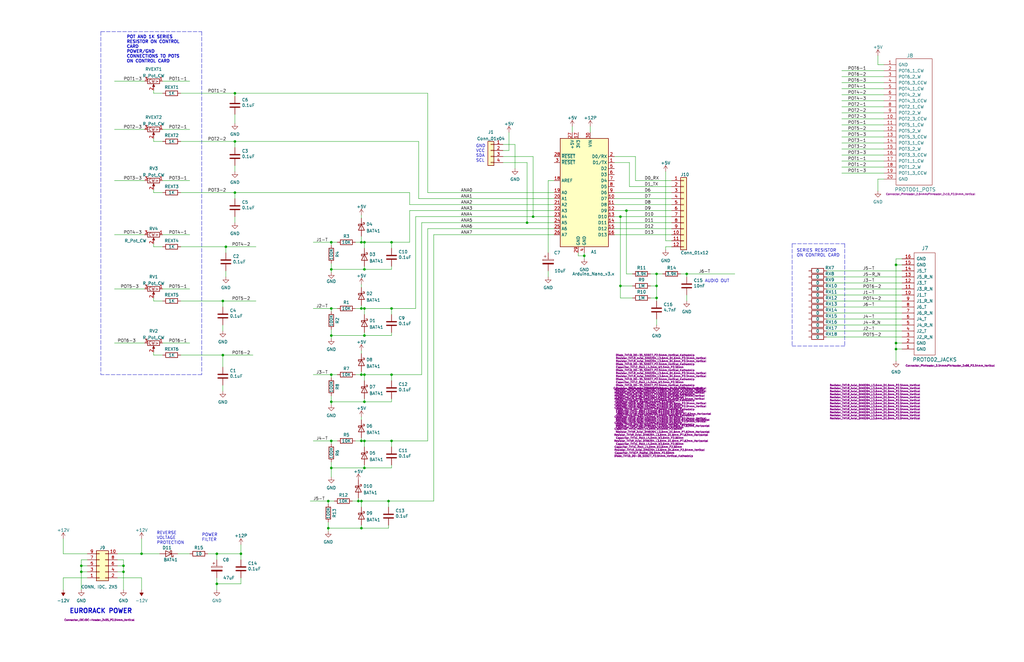
<source format=kicad_sch>
(kicad_sch (version 20211123) (generator eeschema)
  (paper "B")
  (title_block (title "Arduino MOZZI Daughtercard for ER-PROTO-02") (date "2023-02-02") (rev "3") (comment 2 "https://note.com/solder_state/n/nffc1a33053be"))
  (junction (at 153.67 130.175))
  (junction (at 93.98 127))
  (junction (at 139.7 102.235))
  (junction (at 99.06 39.37))
  (junction (at 224.79 91.44))
  (junction (at 139.7 169.545))
  (junction (at 153.67 158.115))
  (junction (at 377.825 111.76))
  (junction (at 163.83 211.455))
  (junction (at 377.825 144.78))
  (junction (at 139.7 141.605))
  (junction (at 138.43 222.885))
  (junction (at 152.4 102.235))
  (junction (at 165.1 158.115))
  (junction (at 139.7 130.175))
  (junction (at 153.67 197.485))
  (junction (at 99.06 81.28))
  (junction (at 139.7 158.115))
  (junction (at 246.38 107.95))
  (junction (at 153.67 113.665))
  (junction (at 261.62 120.65))
  (junction (at 151.13 211.455))
  (junction (at 52.07 241.3))
  (junction (at 165.1 186.055))
  (junction (at 139.7 113.665))
  (junction (at 138.43 211.455))
  (junction (at 153.67 186.055))
  (junction (at 264.16 88.9))
  (junction (at 153.67 102.235))
  (junction (at 139.7 197.485))
  (junction (at 152.4 211.455))
  (junction (at 152.4 222.885))
  (junction (at 276.86 120.65))
  (junction (at 99.06 59.69))
  (junction (at 34.29 241.3))
  (junction (at 34.29 238.76))
  (junction (at 59.69 233.68))
  (junction (at 377.825 147.32))
  (junction (at 139.7 186.055))
  (junction (at 101.6 233.68))
  (junction (at 289.56 115.57))
  (junction (at 95.25 104.14))
  (junction (at 165.1 130.175))
  (junction (at 152.4 130.175))
  (junction (at 52.07 238.76))
  (junction (at 152.4 186.055))
  (junction (at 153.67 169.545))
  (junction (at 276.86 125.73))
  (junction (at 153.67 141.605))
  (junction (at 261.62 91.44))
  (junction (at 152.4 158.115))
  (junction (at 222.25 93.98))
  (junction (at 165.1 102.235))
  (junction (at 276.86 115.57))
  (junction (at 91.44 233.68))
  (junction (at 93.98 149.86))
  (junction (at 91.44 246.38))
  (wire (pts (xy 76.2 59.69) (xy 99.06 59.69)))
  (wire (pts (xy 348.615 139.7) (xy 380.365 139.7)))
  (wire (pts (xy 354.965 50.165) (xy 372.745 50.165)))
  (wire (pts (xy 180.34 96.52) (xy 233.68 96.52)))
  (wire (pts (xy 152.4 222.885) (xy 152.4 221.615)))
  (wire (pts (xy 348.615 127) (xy 380.365 127)))
  (wire (pts (xy 139.7 201.295) (xy 139.7 197.485)))
  (wire (pts (xy 348.615 121.92) (xy 380.365 121.92)))
  (wire (pts (xy 264.16 88.9) (xy 259.08 88.9)))
  (wire (pts (xy 139.7 170.815) (xy 139.7 169.545)))
  (wire (pts (xy 165.1 158.115) (xy 165.1 160.655)))
  (wire (pts (xy 289.56 124.46) (xy 289.56 127)))
  (polyline (pts (xy 334.01 102.87) (xy 334.01 146.05)))
  (wire (pts (xy 49.53 233.68) (xy 59.69 233.68)))
  (wire (pts (xy 172.72 86.36) (xy 233.68 86.36)))
  (wire (pts (xy 76.2 81.28) (xy 99.06 81.28)))
  (wire (pts (xy 93.98 137.16) (xy 93.98 139.7)))
  (wire (pts (xy 139.7 113.665) (xy 139.7 111.125)))
  (wire (pts (xy 165.1 169.545) (xy 165.1 168.275)))
  (wire (pts (xy 246.38 107.95) (xy 243.84 107.95)))
  (polyline (pts (xy 85.09 158.115) (xy 42.545 158.115)))
  (wire (pts (xy 177.8 93.98) (xy 177.8 158.115)))
  (wire (pts (xy 276.86 134.62) (xy 276.86 137.16)))
  (wire (pts (xy 265.43 68.58) (xy 265.43 78.74)))
  (wire (pts (xy 49.53 238.76) (xy 52.07 238.76)))
  (wire (pts (xy 59.69 227.33) (xy 59.69 233.68)))
  (wire (pts (xy 165.1 130.175) (xy 165.1 132.715)))
  (wire (pts (xy 48.26 54.61) (xy 60.96 54.61)))
  (wire (pts (xy 153.67 197.485) (xy 165.1 197.485)))
  (wire (pts (xy 267.97 66.04) (xy 267.97 76.2)))
  (wire (pts (xy 217.17 60.96) (xy 217.17 71.12)))
  (wire (pts (xy 152.4 120.015) (xy 152.4 121.285)))
  (wire (pts (xy 153.67 186.055) (xy 165.1 186.055)))
  (wire (pts (xy 91.44 233.68) (xy 87.63 233.68)))
  (wire (pts (xy 380.365 109.22) (xy 377.825 109.22)))
  (wire (pts (xy 139.7 142.875) (xy 139.7 141.605)))
  (wire (pts (xy 152.4 211.455) (xy 152.4 213.995)))
  (wire (pts (xy 93.98 127) (xy 93.98 129.54)))
  (wire (pts (xy 152.4 99.695) (xy 152.4 102.235)))
  (wire (pts (xy 64.77 81.28) (xy 68.58 81.28)))
  (wire (pts (xy 34.29 236.22) (xy 34.29 238.76)))
  (wire (pts (xy 354.965 40.005) (xy 372.745 40.005)))
  (wire (pts (xy 152.4 184.785) (xy 152.4 186.055)))
  (wire (pts (xy 152.4 211.455) (xy 163.83 211.455)))
  (wire (pts (xy 64.77 149.86) (xy 64.77 148.59)))
  (wire (pts (xy 165.1 113.665) (xy 165.1 112.395)))
  (wire (pts (xy 36.83 243.84) (xy 26.67 243.84)))
  (wire (pts (xy 64.77 127) (xy 68.58 127)))
  (wire (pts (xy 26.67 227.33) (xy 26.67 233.68)))
  (wire (pts (xy 149.86 102.235) (xy 152.4 102.235)))
  (wire (pts (xy 231.14 116.84) (xy 231.14 114.3)))
  (wire (pts (xy 267.97 76.2) (xy 283.21 76.2)))
  (wire (pts (xy 182.88 99.06) (xy 182.88 211.455)))
  (wire (pts (xy 68.58 121.92) (xy 80.01 121.92)))
  (wire (pts (xy 153.67 169.545) (xy 165.1 169.545)))
  (wire (pts (xy 95.25 104.14) (xy 107.95 104.14)))
  (wire (pts (xy 68.58 99.06) (xy 80.01 99.06)))
  (wire (pts (xy 153.67 158.115) (xy 153.67 160.655)))
  (wire (pts (xy 276.86 125.73) (xy 276.86 127)))
  (wire (pts (xy 132.08 158.115) (xy 139.7 158.115)))
  (wire (pts (xy 377.825 144.78) (xy 380.365 144.78)))
  (wire (pts (xy 261.62 91.44) (xy 261.62 120.65)))
  (polyline (pts (xy 85.09 13.335) (xy 85.09 158.115)))
  (wire (pts (xy 348.615 142.24) (xy 380.365 142.24)))
  (wire (pts (xy 165.1 158.115) (xy 177.8 158.115)))
  (wire (pts (xy 76.2 149.86) (xy 93.98 149.86)))
  (wire (pts (xy 180.34 96.52) (xy 180.34 186.055)))
  (wire (pts (xy 139.7 186.055) (xy 142.24 186.055)))
  (wire (pts (xy 152.4 222.885) (xy 163.83 222.885)))
  (wire (pts (xy 34.29 241.3) (xy 34.29 248.92)))
  (wire (pts (xy 266.7 125.73) (xy 261.62 125.73)))
  (wire (pts (xy 152.4 130.175) (xy 153.67 130.175)))
  (wire (pts (xy 153.67 197.485) (xy 139.7 197.485)))
  (wire (pts (xy 139.7 158.115) (xy 139.7 159.385)))
  (wire (pts (xy 153.67 169.545) (xy 139.7 169.545)))
  (polyline (pts (xy 42.545 13.335) (xy 42.545 158.115)))
  (wire (pts (xy 149.86 186.055) (xy 152.4 186.055)))
  (wire (pts (xy 246.38 109.22) (xy 246.38 107.95)))
  (wire (pts (xy 148.59 211.455) (xy 151.13 211.455)))
  (wire (pts (xy 152.4 156.845) (xy 152.4 158.115)))
  (wire (pts (xy 224.79 91.44) (xy 175.26 91.44)))
  (wire (pts (xy 233.68 76.2) (xy 231.14 76.2)))
  (wire (pts (xy 348.615 114.3) (xy 380.365 114.3)))
  (wire (pts (xy 348.615 119.38) (xy 380.365 119.38)))
  (wire (pts (xy 274.32 125.73) (xy 276.86 125.73)))
  (wire (pts (xy 354.965 37.465) (xy 372.745 37.465)))
  (polyline (pts (xy 334.01 102.87) (xy 356.235 102.87)))
  (wire (pts (xy 93.98 149.86) (xy 93.98 154.94)))
  (wire (pts (xy 165.1 141.605) (xy 165.1 140.335)))
  (wire (pts (xy 246.38 107.95) (xy 246.38 106.68)))
  (wire (pts (xy 177.8 93.98) (xy 222.25 93.98)))
  (wire (pts (xy 153.67 141.605) (xy 139.7 141.605)))
  (wire (pts (xy 101.6 233.68) (xy 101.6 236.22)))
  (wire (pts (xy 261.62 91.44) (xy 283.21 91.44)))
  (wire (pts (xy 354.965 65.405) (xy 372.745 65.405)))
  (wire (pts (xy 259.08 68.58) (xy 265.43 68.58)))
  (wire (pts (xy 261.62 120.65) (xy 266.7 120.65)))
  (wire (pts (xy 99.06 81.28) (xy 99.06 83.82)))
  (wire (pts (xy 153.67 169.545) (xy 153.67 168.275)))
  (wire (pts (xy 165.1 102.235) (xy 165.1 104.775)))
  (wire (pts (xy 163.83 211.455) (xy 182.88 211.455)))
  (wire (pts (xy 182.88 99.06) (xy 233.68 99.06)))
  (wire (pts (xy 172.72 81.28) (xy 172.72 86.36)))
  (wire (pts (xy 377.825 147.32) (xy 380.365 147.32)))
  (wire (pts (xy 99.06 39.37) (xy 180.34 39.37)))
  (wire (pts (xy 132.08 186.055) (xy 139.7 186.055)))
  (wire (pts (xy 59.69 243.84) (xy 59.69 248.92)))
  (wire (pts (xy 64.77 104.14) (xy 68.58 104.14)))
  (wire (pts (xy 266.7 115.57) (xy 264.16 115.57)))
  (wire (pts (xy 259.08 99.06) (xy 283.21 99.06)))
  (wire (pts (xy 26.67 243.84) (xy 26.67 248.92)))
  (wire (pts (xy 99.06 69.85) (xy 99.06 72.39)))
  (wire (pts (xy 59.69 233.68) (xy 67.31 233.68)))
  (wire (pts (xy 354.965 47.625) (xy 372.745 47.625)))
  (wire (pts (xy 377.825 111.76) (xy 377.825 144.78)))
  (wire (pts (xy 74.93 233.68) (xy 80.01 233.68)))
  (wire (pts (xy 152.4 90.805) (xy 152.4 92.075)))
  (wire (pts (xy 153.67 141.605) (xy 153.67 140.335)))
  (wire (pts (xy 377.825 109.22) (xy 377.825 111.76)))
  (wire (pts (xy 139.7 186.055) (xy 139.7 187.325)))
  (wire (pts (xy 95.25 104.14) (xy 95.25 106.68)))
  (wire (pts (xy 175.26 91.44) (xy 175.26 130.175)))
  (wire (pts (xy 153.67 102.235) (xy 153.67 104.775)))
  (wire (pts (xy 165.1 130.175) (xy 175.26 130.175)))
  (wire (pts (xy 64.77 59.69) (xy 64.77 58.42)))
  (wire (pts (xy 248.92 53.34) (xy 248.92 55.88)))
  (wire (pts (xy 93.98 162.56) (xy 93.98 165.1)))
  (wire (pts (xy 354.965 57.785) (xy 372.745 57.785)))
  (wire (pts (xy 138.43 211.455) (xy 140.97 211.455)))
  (wire (pts (xy 214.63 55.88) (xy 214.63 63.5)))
  (wire (pts (xy 163.83 211.455) (xy 163.83 213.995)))
  (wire (pts (xy 95.25 114.3) (xy 95.25 116.84)))
  (wire (pts (xy 138.43 211.455) (xy 138.43 212.725)))
  (wire (pts (xy 64.77 127) (xy 64.77 125.73)))
  (wire (pts (xy 99.06 59.69) (xy 99.06 62.23)))
  (wire (pts (xy 163.83 222.885) (xy 163.83 221.615)))
  (wire (pts (xy 276.86 125.73) (xy 276.86 120.65)))
  (wire (pts (xy 139.7 114.935) (xy 139.7 113.665)))
  (wire (pts (xy 91.44 233.68) (xy 91.44 236.22)))
  (wire (pts (xy 153.67 141.605) (xy 165.1 141.605)))
  (wire (pts (xy 289.56 115.57) (xy 289.56 116.84)))
  (wire (pts (xy 64.77 59.69) (xy 68.58 59.69)))
  (wire (pts (xy 243.84 107.95) (xy 243.84 106.68)))
  (wire (pts (xy 48.26 34.29) (xy 60.96 34.29)))
  (wire (pts (xy 354.965 42.545) (xy 372.745 42.545)))
  (wire (pts (xy 139.7 169.545) (xy 139.7 167.005)))
  (wire (pts (xy 64.77 39.37) (xy 68.58 39.37)))
  (wire (pts (xy 377.825 147.32) (xy 377.825 152.4)))
  (wire (pts (xy 165.1 186.055) (xy 165.1 188.595)))
  (wire (pts (xy 138.43 222.885) (xy 138.43 220.345)))
  (wire (pts (xy 93.98 149.86) (xy 106.68 149.86)))
  (wire (pts (xy 48.26 144.78) (xy 60.96 144.78)))
  (wire (pts (xy 34.29 241.3) (xy 36.83 241.3)))
  (wire (pts (xy 180.34 39.37) (xy 180.34 81.28)))
  (wire (pts (xy 152.4 175.895) (xy 152.4 177.165)))
  (wire (pts (xy 377.825 144.78) (xy 377.825 147.32)))
  (wire (pts (xy 48.26 121.92) (xy 60.96 121.92)))
  (wire (pts (xy 49.53 236.22) (xy 52.07 236.22)))
  (wire (pts (xy 101.6 229.87) (xy 101.6 233.68)))
  (wire (pts (xy 354.965 55.245) (xy 372.745 55.245)))
  (wire (pts (xy 153.67 113.665) (xy 139.7 113.665)))
  (wire (pts (xy 130.81 211.455) (xy 138.43 211.455)))
  (wire (pts (xy 91.44 233.68) (xy 101.6 233.68)))
  (wire (pts (xy 283.21 101.6) (xy 280.67 101.6)))
  (wire (pts (xy 139.7 158.115) (xy 142.24 158.115)))
  (wire (pts (xy 261.62 125.73) (xy 261.62 120.65)))
  (wire (pts (xy 212.09 63.5) (xy 214.63 63.5)))
  (wire (pts (xy 259.08 83.82) (xy 283.21 83.82)))
  (wire (pts (xy 152.4 186.055) (xy 153.67 186.055)))
  (wire (pts (xy 354.965 67.945) (xy 372.745 67.945)))
  (wire (pts (xy 180.34 81.28) (xy 233.68 81.28)))
  (wire (pts (xy 264.16 88.9) (xy 283.21 88.9)))
  (wire (pts (xy 153.67 130.175) (xy 165.1 130.175)))
  (wire (pts (xy 152.4 222.885) (xy 138.43 222.885)))
  (wire (pts (xy 34.29 238.76) (xy 36.83 238.76)))
  (wire (pts (xy 348.615 132.08) (xy 380.365 132.08)))
  (wire (pts (xy 212.09 68.58) (xy 222.25 68.58)))
  (wire (pts (xy 99.06 39.37) (xy 99.06 40.64)))
  (wire (pts (xy 370.205 75.565) (xy 370.205 80.645)))
  (wire (pts (xy 212.09 66.04) (xy 224.79 66.04)))
  (wire (pts (xy 176.53 83.82) (xy 233.68 83.82)))
  (wire (pts (xy 68.58 144.78) (xy 80.01 144.78)))
  (wire (pts (xy 64.77 149.86) (xy 68.58 149.86)))
  (wire (pts (xy 276.86 120.65) (xy 276.86 115.57)))
  (wire (pts (xy 354.965 29.845) (xy 372.745 29.845)))
  (wire (pts (xy 64.77 104.14) (xy 64.77 102.87)))
  (wire (pts (xy 348.615 134.62) (xy 380.365 134.62)))
  (wire (pts (xy 139.7 102.235) (xy 139.7 103.505)))
  (wire (pts (xy 354.965 52.705) (xy 372.745 52.705)))
  (wire (pts (xy 152.4 128.905) (xy 152.4 130.175)))
  (wire (pts (xy 152.4 158.115) (xy 153.67 158.115)))
  (wire (pts (xy 153.67 158.115) (xy 165.1 158.115)))
  (wire (pts (xy 68.58 54.61) (xy 80.01 54.61)))
  (wire (pts (xy 348.615 137.16) (xy 380.365 137.16)))
  (wire (pts (xy 152.4 102.235) (xy 153.67 102.235)))
  (wire (pts (xy 222.25 93.98) (xy 233.68 93.98)))
  (wire (pts (xy 153.67 130.175) (xy 153.67 132.715)))
  (wire (pts (xy 91.44 243.84) (xy 91.44 246.38)))
  (wire (pts (xy 259.08 96.52) (xy 283.21 96.52)))
  (wire (pts (xy 241.3 53.34) (xy 241.3 55.88)))
  (wire (pts (xy 149.86 158.115) (xy 152.4 158.115)))
  (wire (pts (xy 265.43 78.74) (xy 283.21 78.74)))
  (wire (pts (xy 348.615 124.46) (xy 380.365 124.46)))
  (wire (pts (xy 287.02 115.57) (xy 289.56 115.57)))
  (wire (pts (xy 52.07 241.3) (xy 52.07 248.92)))
  (wire (pts (xy 68.58 76.2) (xy 80.01 76.2)))
  (wire (pts (xy 233.68 88.9) (xy 172.72 88.9)))
  (wire (pts (xy 99.06 59.69) (xy 176.53 59.69)))
  (wire (pts (xy 52.07 236.22) (xy 52.07 238.76)))
  (wire (pts (xy 354.965 70.485) (xy 372.745 70.485)))
  (wire (pts (xy 153.67 113.665) (xy 153.67 112.395)))
  (wire (pts (xy 101.6 246.38) (xy 101.6 243.84)))
  (polyline (pts (xy 356.235 102.87) (xy 356.235 146.05)))
  (wire (pts (xy 354.965 32.385) (xy 372.745 32.385)))
  (wire (pts (xy 49.53 243.84) (xy 59.69 243.84)))
  (wire (pts (xy 354.965 73.025) (xy 372.745 73.025)))
  (wire (pts (xy 91.44 246.38) (xy 91.44 248.92)))
  (wire (pts (xy 212.09 60.96) (xy 217.17 60.96)))
  (wire (pts (xy 152.4 147.955) (xy 152.4 149.225)))
  (wire (pts (xy 176.53 59.69) (xy 176.53 83.82)))
  (wire (pts (xy 354.965 45.085) (xy 372.745 45.085)))
  (wire (pts (xy 132.08 130.175) (xy 139.7 130.175)))
  (wire (pts (xy 64.77 81.28) (xy 64.77 80.01)))
  (wire (pts (xy 151.13 210.185) (xy 151.13 211.455)))
  (wire (pts (xy 372.745 27.305) (xy 370.205 27.305)))
  (wire (pts (xy 259.08 86.36) (xy 283.21 86.36)))
  (wire (pts (xy 165.1 197.485) (xy 165.1 196.215)))
  (wire (pts (xy 151.13 211.455) (xy 152.4 211.455)))
  (wire (pts (xy 153.67 197.485) (xy 153.67 196.215)))
  (wire (pts (xy 93.98 127) (xy 107.95 127)))
  (wire (pts (xy 36.83 233.68) (xy 26.67 233.68)))
  (wire (pts (xy 259.08 81.28) (xy 283.21 81.28)))
  (wire (pts (xy 76.2 127) (xy 93.98 127)))
  (wire (pts (xy 153.67 113.665) (xy 165.1 113.665)))
  (wire (pts (xy 280.67 72.39) (xy 280.67 101.6)))
  (wire (pts (xy 34.29 238.76) (xy 34.29 241.3)))
  (wire (pts (xy 224.79 66.04) (xy 224.79 91.44)))
  (wire (pts (xy 139.7 102.235) (xy 142.24 102.235)))
  (wire (pts (xy 354.965 34.925) (xy 372.745 34.925)))
  (wire (pts (xy 91.44 246.38) (xy 101.6 246.38)))
  (wire (pts (xy 289.56 115.57) (xy 309.88 115.57)))
  (wire (pts (xy 153.67 102.235) (xy 165.1 102.235)))
  (wire (pts (xy 49.53 241.3) (xy 52.07 241.3)))
  (wire (pts (xy 354.965 62.865) (xy 372.745 62.865)))
  (wire (pts (xy 165.1 186.055) (xy 180.34 186.055)))
  (wire (pts (xy 64.77 39.37) (xy 64.77 38.1)))
  (wire (pts (xy 233.68 91.44) (xy 224.79 91.44)))
  (wire (pts (xy 99.06 48.26) (xy 99.06 52.07)))
  (polyline (pts (xy 42.545 13.335) (xy 85.09 13.335)))
  (wire (pts (xy 370.205 75.565) (xy 372.745 75.565)))
  (wire (pts (xy 274.32 120.65) (xy 276.86 120.65)))
  (wire (pts (xy 132.08 102.235) (xy 139.7 102.235)))
  (wire (pts (xy 48.26 76.2) (xy 60.96 76.2)))
  (wire (pts (xy 370.205 23.495) (xy 370.205 27.305)))
  (wire (pts (xy 48.26 99.06) (xy 60.96 99.06)))
  (wire (pts (xy 377.825 111.76) (xy 380.365 111.76)))
  (wire (pts (xy 139.7 130.175) (xy 142.24 130.175)))
  (wire (pts (xy 139.7 130.175) (xy 139.7 131.445)))
  (wire (pts (xy 149.86 130.175) (xy 152.4 130.175)))
  (wire (pts (xy 348.615 129.54) (xy 380.365 129.54)))
  (wire (pts (xy 222.25 68.58) (xy 222.25 93.98)))
  (wire (pts (xy 172.72 88.9) (xy 172.72 102.235)))
  (wire (pts (xy 280.67 104.14) (xy 280.67 105.41)))
  (wire (pts (xy 139.7 197.485) (xy 139.7 194.945)))
  (wire (pts (xy 264.16 115.57) (xy 264.16 88.9)))
  (wire (pts (xy 283.21 104.14) (xy 280.67 104.14)))
  (wire (pts (xy 36.83 236.22) (xy 34.29 236.22)))
  (wire (pts (xy 354.965 60.325) (xy 372.745 60.325)))
  (wire (pts (xy 231.14 76.2) (xy 231.14 106.68)))
  (wire (pts (xy 138.43 224.155) (xy 138.43 222.885)))
  (wire (pts (xy 348.615 116.84) (xy 380.365 116.84)))
  (wire (pts (xy 76.2 104.14) (xy 95.25 104.14)))
  (wire (pts (xy 259.08 66.04) (xy 267.97 66.04)))
  (wire (pts (xy 52.07 238.76) (xy 52.07 241.3)))
  (wire (pts (xy 172.72 102.235) (xy 165.1 102.235)))
  (polyline (pts (xy 356.235 146.05) (xy 334.01 146.05)))
  (wire (pts (xy 139.7 141.605) (xy 139.7 139.065)))
  (wire (pts (xy 76.2 39.37) (xy 99.06 39.37)))
  (wire (pts (xy 153.67 186.055) (xy 153.67 188.595)))
  (wire (pts (xy 68.58 34.29) (xy 80.01 34.29)))
  (wire (pts (xy 99.06 91.44) (xy 99.06 93.98)))
  (wire (pts (xy 99.06 81.28) (xy 172.72 81.28)))
  (wire (pts (xy 259.08 91.44) (xy 261.62 91.44)))
  (wire (pts (xy 259.08 93.98) (xy 283.21 93.98)))
  (wire (pts (xy 276.86 115.57) (xy 279.4 115.57)))
  (wire (pts (xy 276.86 115.57) (xy 274.32 115.57)))
  (text "EURORACK POWER" (at 29.21 259.08 0) (effects (font (size 1.905 1.905) (thickness 0.381) bold) (justify left bottom)))
  (text "AUDIO OUT" (at 297.18 119.38 0) (effects (font (size 1.27 1.27)) (justify left bottom)))
  (text "POWER\nFILTER" (at 85.09 228.6 0) (effects (font (size 1.27 1.27)) (justify left bottom)))
  (text "POT AND 1K SERIES\nRESISTOR ON CONTROL\nCARD\nPOWER/GND\nCONNECTIONS TO POTS\nON CONTROL CARD" (at 53.34 26.67 0) (effects (font (size 1.27 1.27) (thickness 0.254) bold) (justify left bottom)))
  (text "GND\nVCC\nSDA\nSCL" (at 200.66 68.58 0) (effects (font (size 1.27 1.27)) (justify left bottom)))
  (text "SERIES RESISTOR\nON CONTROL CARD" (at 335.915 108.585 0) (effects (font (size 1.27 1.27)) (justify left bottom)))
  (text "REVERSE\nVOLTAGE\nPROTECTION" (at 66.04 229.87 0) (effects (font (size 1.27 1.27)) (justify left bottom)))
  (label "POT6-2" (at 363.855 121.92 0))
  (label "POT3-1" (at 71.12 76.2 0))
  (label "ANA4" (at 194.31 91.44 0))
  (label "J6-T" (at 363.855 129.54 0))
  (label "POT2-3" (at 52.07 54.61 0))
  (label "J3-T" (at 363.855 119.38 0))
  (label "POT4-2" (at 357.505 40.005 0))
  (label "D8" (at 271.78 86.36 0))
  (label "POT2-2" (at 357.505 47.625 0))
  (label "POT2-2" (at 87.63 59.69 0))
  (label "POT3-2" (at 87.63 81.28 0))
  (label "POT1-2" (at 87.63 39.37 0))
  (label "POT3-3" (at 357.505 65.405 0))
  (label "J1-T" (at 363.855 124.46 0))
  (label "POT5-3" (at 50.8 121.92 0))
  (label "J2-T" (at 363.855 139.7 0))
  (label "POT3-3" (at 52.07 76.2 0))
  (label "POT4-3" (at 357.505 42.545 0))
  (label "POT4-2" (at 363.855 127 0))
  (label "POT6-2" (at 357.505 32.385 0))
  (label "J4-T" (at 363.855 134.62 0))
  (label "POT2-1" (at 71.12 54.61 0))
  (label "D10" (at 271.78 91.44 0))
  (label "J2-T" (at 133.35 130.175 0))
  (label "POT5-1" (at 357.505 52.705 0))
  (label "ANA5" (at 194.31 93.98 0))
  (label "D0_RX" (at 271.78 76.2 0))
  (label "POT6-3" (at 49.53 144.78 0))
  (label "D13" (at 271.78 99.06 0))
  (label "POT4-1" (at 357.505 37.465 0))
  (label "J6-T" (at 294.64 115.57 0))
  (label "POT1-1" (at 357.505 67.945 0))
  (label "POT3-2" (at 357.505 62.865 0))
  (label "POT6-1" (at 357.505 29.845 0))
  (label "J4-T" (at 133.35 186.055 0))
  (label "D6" (at 271.78 81.28 0))
  (label "J5-T" (at 132.08 211.455 0))
  (label "POT5-3" (at 357.505 57.785 0))
  (label "ANA3" (at 194.31 88.9 0))
  (label "J5-T" (at 363.855 114.3 0))
  (label "POT2-1" (at 357.505 45.085 0))
  (label "POT4-3" (at 52.07 99.06 0))
  (label "D11" (at 271.78 93.98 0))
  (label "POT5-2" (at 357.505 55.245 0))
  (label "POT6-2" (at 97.79 149.86 0))
  (label "POT6-3" (at 357.505 34.925 0))
  (label "J5-R_N" (at 363.855 116.84 0))
  (label "POT3-1" (at 357.505 60.325 0))
  (label "D7" (at 271.78 83.82 0))
  (label "POT2-3" (at 357.505 50.165 0))
  (label "D1_TX" (at 271.78 78.74 0))
  (label "ANA0" (at 194.31 81.28 0))
  (label "ANA6" (at 194.31 96.52 0))
  (label "POT1-1" (at 71.12 34.29 0))
  (label "POT1-3" (at 52.07 34.29 0))
  (label "POT1-2" (at 357.505 70.485 0))
  (label "POT5-2" (at 363.855 142.24 0))
  (label "ANA1" (at 194.31 83.82 0))
  (label "J1-T" (at 133.35 102.235 0))
  (label "D9" (at 271.78 88.9 0))
  (label "J4-R_N" (at 363.855 137.16 0))
  (label "POT4-2" (at 97.79 104.14 0))
  (label "POT5-1" (at 71.12 121.92 0))
  (label "POT5-2" (at 97.79 127 0))
  (label "ANA7" (at 194.31 99.06 0))
  (label "ANA2" (at 194.31 86.36 0))
  (label "POT1-3" (at 357.505 73.025 0))
  (label "POT4-1" (at 71.12 99.06 0))
  (label "J3-T" (at 133.35 158.115 0))
  (label "D12" (at 271.78 96.52 0))
  (label "POT6-1" (at 71.12 144.78 0))
  (symbol (lib_id "Device:C") (at 99.06 66.04 0) (unit 1)
    (property "Reference" "C3" (at 101.981 63.7286 0) (effects (justify left)))
    (property "Value" "0.1uF" (at 101.981 66.04 0) (effects (justify left)))
    (property "Footprint" "Capacitor_THT:C_Rect_L4.0mm_W2.5mm_P2.50mm" (at 259.08 175.895 0) (effects (font (size 0.762 0.762)) (justify left)))
  )
  (symbol (lib_id "Device:C") (at 165.1 136.525 0) (unit 1)
    (property "Reference" "C9" (at 168.021 134.2136 0) (effects (justify left)))
    (property "Value" "0.1uF" (at 168.021 136.525 0) (effects (justify left)))
    (property "Footprint" "Capacitor_THT:C_Rect_L4.0mm_W2.5mm_P2.50mm" (at 259.715 161.29 0) (effects (font (size 0.762 0.762)) (justify left)))
  )
  (symbol (lib_id "Device:R") (at 139.7 191.135 0) (unit 1)
    (property "Reference" "R6" (at 142.24 191.135 90))
    (property "Value" "100K" (at 139.7 191.135 90))
    (property "Footprint" "Resistor_THT:R_Axial_DIN0204_L3.6mm_D1.6mm_P2.54mm_Vertical" (at 278.765 170.18 0) (effects (font (size 0.762 0.762))))
    (property "Datasheet" "https://www.mouser.com/ProductDetail/Xicon/299-2.2K-RC?qs=QaPBMFBEHz3RDbXknTj%252ByA%3D%3D" (effects hide))
  )
  (symbol (lib_id "Device:C") (at 93.98 133.35 0) (unit 1)
    (property "Reference" "C4" (at 96.901 131.0386 0) (effects (justify left)))
    (property "Value" "0.1uF" (at 96.901 133.35 0) (effects (justify left)))
    (property "Footprint" "Capacitor_THT:C_Rect_L4.0mm_W2.5mm_P2.50mm" (at 259.715 184.785 0) (effects (font (size 0.762 0.762)) (justify left)))
  )
  (symbol (lib_id "power:GND") (at 52.07 248.92 0) (unit 1)
    (property "Reference" "#PWR0106" (effects hide))
    (property "Value" "GND" (at 52.07 253.4825 0))
  )
  (symbol (lib_id "Device:R") (at 344.805 137.16 90) (unit 1) (in_bom no) (on_board no)
    (property "Reference" "RX16" (at 350.52 135.89 90))
    (property "Value" "0" (at 344.805 137.16 90))
    (property "Footprint" "Resistor_THT:R_Axial_DIN0204_L3.6mm_D1.6mm_P2.54mm_Vertical" (at 368.935 173.99 90) (effects (font (size 0.762 0.762))))
    (property "Datasheet" "https://www.mouser.com/ProductDetail/Xicon/299-2.2K-RC?qs=QaPBMFBEHz3RDbXknTj%252ByA%3D%3D" (effects hide))
  )
  (symbol (lib_id "Device:R") (at 146.05 186.055 90) (unit 1)
    (property "Reference" "R5" (at 146.05 183.515 90))
    (property "Value" "10K" (at 146.05 186.055 90))
    (property "Footprint" "Resistor_THT:R_Axial_DIN0204_L3.6mm_D1.6mm_P2.54mm_Vertical" (at 278.765 171.45 90) (effects (font (size 0.762 0.762))))
    (property "Datasheet" "https://www.mouser.com/ProductDetail/Xicon/299-2.2K-RC?qs=QaPBMFBEHz3RDbXknTj%252ByA%3D%3D" (effects hide))
  )
  (symbol (lib_id "power:GND") (at 377.825 152.4 0) (unit 1)
    (property "Reference" "#PWR0102" (effects hide))
    (property "Value" "GND" (at 377.825 156.9625 0))
  )
  (symbol (lib_id "power:+5V") (at 152.4 175.895 0) (unit 1)
    (property "Reference" "#PWR0120" (effects hide))
    (property "Value" "+5V" (at 152.4 172.2905 0))
  )
  (symbol (lib_id "power:GND") (at 138.43 224.155 0) (unit 1)
    (property "Reference" "#PWR0114" (effects hide))
    (property "Value" "GND" (at 138.43 228.7175 0))
  )
  (symbol (lib_id "Device:C_Polarized") (at 231.14 110.49 0) (unit 1)
    (property "Reference" "C7" (at 234.95 106.68 0))
    (property "Value" "10uF" (at 236.22 114.3 0))
    (property "Footprint" "Capacitor_THT:CP_Radial_D5.0mm_P2.50mm" (at 271.78 169.545 0) (effects (font (size 0.762 0.762))))
  )
  (symbol (lib_id "power:+5V") (at 370.205 23.495 0) (unit 1)
    (property "Reference" "#PWR0137" (effects hide))
    (property "Value" "+5V" (at 370.205 19.8905 0))
  )
  (symbol (lib_id "power:GND") (at 246.38 109.22 0) (unit 1)
    (property "Reference" "#PWR0111" (effects hide))
    (property "Value" "GND" (at 246.38 113.7825 0))
  )
  (symbol (lib_id "Device:R") (at 283.21 115.57 90) (unit 1)
    (property "Reference" "R14" (at 283.21 113.03 90))
    (property "Value" "3.9K" (at 283.21 115.57 90))
    (property "Footprint" "Resistor_THT:R_Axial_DIN0204_L3.6mm_D1.6mm_P2.54mm_Vertical" (at 278.13 168.275 90) (effects (font (size 0.762 0.762))))
    (property "Datasheet" "https://www.mouser.com/ProductDetail/Xicon/299-2.2K-RC?qs=QaPBMFBEHz3RDbXknTj%252ByA%3D%3D" (effects hide))
  )
  (symbol (lib_id "Connector_Generic:Conn_02x05_Odd_Even") (at 41.91 238.76 0) (mirror x) (unit 1)
    (property "Reference" "J9" (at 43.18 231.14 0))
    (property "Value" "CONN, IDC, 2X5" (at 41.91 247.65 0))
    (property "Footprint" "Connector_IDC:IDC-Header_2x05_P2.54mm_Vertical" (at 41.91 261.62 0) (effects (font (size 0.762 0.762))))
  )
  (symbol (lib_id "Device:R") (at 344.805 124.46 90) (unit 1) (in_bom no) (on_board no)
    (property "Reference" "RX11" (at 350.52 123.19 90))
    (property "Value" "0" (at 344.805 124.46 90))
    (property "Footprint" "Resistor_THT:R_Axial_DIN0204_L3.6mm_D1.6mm_P2.54mm_Vertical" (at 368.935 167.64 90) (effects (font (size 0.762 0.762))))
    (property "Datasheet" "https://www.mouser.com/ProductDetail/Xicon/299-2.2K-RC?qs=QaPBMFBEHz3RDbXknTj%252ByA%3D%3D" (effects hide))
  )
  (symbol (lib_id "Device:D_Schottky") (at 153.67 136.525 270) (unit 1)
    (property "Reference" "D1" (at 155.702 135.299 90) (effects (justify left)))
    (property "Value" "BAT41" (at 155.702 138.0741 90) (effects (justify left)))
    (property "Footprint" "Diode_THT:D_DO-35_SOD27_P2.54mm_Vertical_KathodeUp" (at 276.225 160.02 90) (effects (font (size 0.762 0.762))))
  )
  (symbol (lib_id "Device:D_Schottky") (at 152.4 125.095 270) (unit 1)
    (property "Reference" "D2" (at 154.432 123.869 90) (effects (justify left)))
    (property "Value" "BAT41" (at 154.432 126.6441 90) (effects (justify left)))
    (property "Footprint" "Diode_THT:D_DO-35_SOD27_P2.54mm_Vertical_KathodeUp" (at 276.225 156.21 90) (effects (font (size 0.762 0.762))))
  )
  (symbol (lib_id "Device:C") (at 165.1 192.405 0) (unit 1)
    (property "Reference" "C11" (at 168.021 190.0936 0) (effects (justify left)))
    (property "Value" "0.1uF" (at 168.021 192.405 0) (effects (justify left)))
    (property "Footprint" "Capacitor_THT:C_Rect_L4.0mm_W2.5mm_P2.50mm" (at 259.715 173.99 0) (effects (font (size 0.762 0.762)) (justify left)))
  )
  (symbol (lib_id "power:GND") (at 99.06 93.98 0) (unit 1)
    (property "Reference" "#PWR0124" (effects hide))
    (property "Value" "GND" (at 99.06 98.5425 0))
  )
  (symbol (lib_id "Device:C") (at 99.06 87.63 0) (unit 1)
    (property "Reference" "C5" (at 101.981 85.3186 0) (effects (justify left)))
    (property "Value" "0.1uF" (at 101.981 87.63 0) (effects (justify left)))
    (property "Footprint" "Capacitor_THT:C_Rect_L4.0mm_W2.5mm_P2.50mm" (at 259.08 178.435 0) (effects (font (size 0.762 0.762)) (justify left)))
  )
  (symbol (lib_id "power:+12P") (at 101.6 229.87 0) (unit 1)
    (property "Reference" "#PWR0108" (effects hide))
    (property "Value" "+12P" (at 101.6 226.06 0))
  )
  (symbol (lib_id "power:GND") (at 139.7 114.935 0) (unit 1)
    (property "Reference" "#PWR0115" (effects hide))
    (property "Value" "GND" (at 139.7 118.745 0))
  )
  (symbol (lib_id "Device:C") (at 99.06 44.45 0) (unit 1)
    (property "Reference" "C6" (at 101.981 42.1386 0) (effects (justify left)))
    (property "Value" "0.1uF" (at 101.981 44.45 0) (effects (justify left)))
    (property "Footprint" "Capacitor_THT:C_Rect_L4.0mm_W2.5mm_P2.50mm" (at 259.715 173.355 0) (effects (font (size 0.762 0.762)) (justify left)))
  )
  (symbol (lib_id "Device:C") (at 163.83 217.805 0) (unit 1)
    (property "Reference" "C13" (at 166.751 215.4936 0) (effects (justify left)))
    (property "Value" "0.1uF" (at 166.751 217.805 0) (effects (justify left)))
    (property "Footprint" "Capacitor_THT:C_Rect_L4.0mm_W2.5mm_P2.50mm" (at 259.715 180.34 0) (effects (font (size 0.762 0.762)) (justify left)))
  )
  (symbol (lib_id "Device:C_Polarized") (at 91.44 240.03 0) (unit 1)
    (property "Reference" "C8" (at 95.25 236.22 0))
    (property "Value" "47uF" (at 96.52 243.84 0))
    (property "Footprint" "Capacitor_THT:CP_Radial_D5.0mm_P2.50mm" (at 271.78 191.135 0) (effects (font (size 0.762 0.762))))
  )
  (symbol (lib_id "power:GND") (at 276.86 137.16 0) (unit 1)
    (property "Reference" "#PWR0109" (effects hide))
    (property "Value" "GND" (at 276.86 141.7225 0))
  )
  (symbol (lib_id "power:GND") (at 93.98 139.7 0) (unit 1)
    (property "Reference" "#PWR0133" (effects hide))
    (property "Value" "GND" (at 93.98 144.2625 0))
  )
  (symbol (lib_id "Device:R") (at 344.805 132.08 90) (unit 1) (in_bom no) (on_board no)
    (property "Reference" "RX14" (at 350.52 130.81 90))
    (property "Value" "0" (at 344.805 132.08 90))
    (property "Footprint" "Resistor_THT:R_Axial_DIN0204_L3.6mm_D1.6mm_P2.54mm_Vertical" (at 368.935 171.45 90) (effects (font (size 0.762 0.762))))
    (property "Datasheet" "https://www.mouser.com/ProductDetail/Xicon/299-2.2K-RC?qs=QaPBMFBEHz3RDbXknTj%252ByA%3D%3D" (effects hide))
  )
  (symbol (lib_id "Device:D_Schottky") (at 71.12 233.68 180) (unit 1)
    (property "Reference" "D11" (at 72.39 231.14 0) (effects (justify left)))
    (property "Value" "BAT41" (at 74.93 236.22 0) (effects (justify left)))
    (property "Footprint" "Diode_THT:D_DO-35_SOD27_P2.54mm_Vertical_KathodeUp" (at 275.59 192.405 0) (effects (font (size 0.762 0.762))))
  )
  (symbol (lib_id "Device:R") (at 344.805 142.24 90) (unit 1) (in_bom no) (on_board no)
    (property "Reference" "RX18" (at 350.52 140.97 90))
    (property "Value" "0" (at 344.805 142.24 90))
    (property "Footprint" "Resistor_THT:R_Axial_DIN0204_L3.6mm_D1.6mm_P2.54mm_Vertical" (at 368.935 176.53 90) (effects (font (size 0.762 0.762))))
    (property "Datasheet" "https://www.mouser.com/ProductDetail/Xicon/299-2.2K-RC?qs=QaPBMFBEHz3RDbXknTj%252ByA%3D%3D" (effects hide))
  )
  (symbol (lib_id "power:+5V") (at 280.67 72.39 0) (unit 1)
    (property "Reference" "#PWR0130" (effects hide))
    (property "Value" "+5V" (at 280.67 68.7855 0))
  )
  (symbol (lib_id "MCU_Module:Arduino_Nano_v3.x") (at 246.38 81.28 0) (mirror y) (unit 1)
    (property "Reference" "A1" (at 249.1487 106.2895 0) (effects (justify right)))
    (property "Value" "Arduino_Nano_v3.x" (at 241.3 115.57 0) (effects (justify right)))
    (property "Footprint" "Module:Arduino_Nano" (effects hide))
    (property "Datasheet" "http://www.mouser.com/pdfdocs/Gravitech_Arduino_Nano3_0.pdf" (effects hide))
  )
  (symbol (lib_id "LandBoards_Conns:PROTO02_JACKS") (at 389.255 128.27 0) (mirror y) (unit 1)
    (property "Reference" "J7" (at 388.62 104.775 0) (effects (font (size 1.524 1.524)) (justify right)))
    (property "Value" "PROTO02_JACKS" (at 384.81 151.765 0) (effects (font (size 1.524 1.524)) (justify right)))
    (property "Footprint" "Connector_PinHeader_2.54mm:PinHeader_2x08_P2.54mm_Vertical" (at 400.685 154.305 0) (effects (font (size 0.762 0.762))))
  )
  (symbol (lib_id "power:-12V") (at 59.69 248.92 180) (unit 1)
    (property "Reference" "#PWR0168" (effects hide))
    (property "Value" "-12V" (at 59.69 253.4825 0))
  )
  (symbol (lib_id "Device:R") (at 344.805 134.62 90) (unit 1) (in_bom no) (on_board no)
    (property "Reference" "RX15" (at 350.52 133.35 90))
    (property "Value" "0" (at 344.805 134.62 90))
    (property "Footprint" "Resistor_THT:R_Axial_DIN0204_L3.6mm_D1.6mm_P2.54mm_Vertical" (at 368.935 172.72 90) (effects (font (size 0.762 0.762))))
    (property "Datasheet" "https://www.mouser.com/ProductDetail/Xicon/299-2.2K-RC?qs=QaPBMFBEHz3RDbXknTj%252ByA%3D%3D" (effects hide))
  )
  (symbol (lib_id "power:+5V") (at 241.3 53.34 0) (unit 1)
    (property "Reference" "#PWR0113" (effects hide))
    (property "Value" "+5V" (at 241.3 49.7355 0))
  )
  (symbol (lib_id "Device:C") (at 95.25 110.49 0) (unit 1)
    (property "Reference" "C2" (at 98.171 108.1786 0) (effects (justify left)))
    (property "Value" "0.1uF" (at 98.171 110.49 0) (effects (justify left)))
    (property "Footprint" "Capacitor_THT:C_Rect_L4.0mm_W2.5mm_P2.50mm" (at 259.08 180.975 0) (effects (font (size 0.762 0.762)) (justify left)))
  )
  (symbol (lib_id "Device:R") (at 344.805 139.7 90) (unit 1) (in_bom no) (on_board no)
    (property "Reference" "RX17" (at 350.52 138.43 90))
    (property "Value" "0" (at 344.805 139.7 90))
    (property "Footprint" "Resistor_THT:R_Axial_DIN0204_L3.6mm_D1.6mm_P2.54mm_Vertical" (at 368.935 175.26 90) (effects (font (size 0.762 0.762))))
    (property "Datasheet" "https://www.mouser.com/ProductDetail/Xicon/299-2.2K-RC?qs=QaPBMFBEHz3RDbXknTj%252ByA%3D%3D" (effects hide))
  )
  (symbol (lib_id "Device:R") (at 139.7 163.195 0) (unit 1)
    (property "Reference" "R8" (at 142.24 163.195 90))
    (property "Value" "100K" (at 139.7 163.195 90))
    (property "Footprint" "Resistor_THT:R_Axial_DIN0204_L3.6mm_D1.6mm_P2.54mm_Vertical" (at 278.765 163.83 0) (effects (font (size 0.762 0.762))))
    (property "Datasheet" "https://www.mouser.com/ProductDetail/Xicon/299-2.2K-RC?qs=QaPBMFBEHz3RDbXknTj%252ByA%3D%3D" (effects hide))
  )
  (symbol (lib_id "Device:D_Schottky") (at 153.67 108.585 270) (unit 1)
    (property "Reference" "D3" (at 155.702 107.359 90) (effects (justify left)))
    (property "Value" "BAT41" (at 155.702 110.1341 90) (effects (justify left)))
    (property "Footprint" "Diode_THT:D_DO-35_SOD27_P2.54mm_Vertical_KathodeUp" (at 276.225 153.67 90) (effects (font (size 0.762 0.762))))
  )
  (symbol (lib_id "Device:R") (at 138.43 216.535 0) (unit 1)
    (property "Reference" "R13" (at 140.97 216.535 90))
    (property "Value" "100K" (at 138.43 216.535 90))
    (property "Footprint" "Resistor_THT:R_Axial_DIN0204_L3.6mm_D1.6mm_P2.54mm_Vertical" (at 278.765 176.53 0) (effects (font (size 0.762 0.762))))
    (property "Datasheet" "https://www.mouser.com/ProductDetail/Xicon/299-2.2K-RC?qs=QaPBMFBEHz3RDbXknTj%252ByA%3D%3D" (effects hide))
  )
  (symbol (lib_id "Device:R") (at 146.05 130.175 90) (unit 1)
    (property "Reference" "R1" (at 146.05 127.635 90))
    (property "Value" "10K" (at 146.05 130.175 90))
    (property "Footprint" "Resistor_THT:R_Axial_DIN0204_L3.6mm_D1.6mm_P2.54mm_Vertical" (at 278.765 158.75 90) (effects (font (size 0.762 0.762))))
    (property "Datasheet" "https://www.mouser.com/ProductDetail/Xicon/299-2.2K-RC?qs=QaPBMFBEHz3RDbXknTj%252ByA%3D%3D" (effects hide))
  )
  (symbol (lib_id "power:+12V") (at 59.69 227.33 0) (unit 1)
    (property "Reference" "#PWR0105" (effects hide))
    (property "Value" "+12V" (at 59.69 223.7255 0))
  )
  (symbol (lib_id "Device:D_Schottky") (at 152.4 95.885 270) (unit 1)
    (property "Reference" "D4" (at 154.432 94.659 90) (effects (justify left)))
    (property "Value" "BAT41" (at 154.432 97.4341 90) (effects (justify left)))
    (property "Footprint" "Diode_THT:D_DO-35_SOD27_P2.54mm_Vertical_KathodeUp" (at 276.225 149.86 90) (effects (font (size 0.762 0.762))))
  )
  (symbol (lib_id "power:GND") (at 280.67 105.41 0) (unit 1)
    (property "Reference" "#PWR0129" (effects hide))
    (property "Value" "GND" (at 280.67 109.9725 0))
  )
  (symbol (lib_id "power:GND") (at 93.98 165.1 0) (unit 1)
    (property "Reference" "#PWR0132" (effects hide))
    (property "Value" "GND" (at 93.98 169.6625 0))
  )
  (symbol (lib_id "LandBoards_Conns:R_Pot_CW") (at 64.77 34.29 270) (unit 1) (in_bom no) (on_board no)
    (property "Reference" "RVEXT1" (at 64.77 29.1899 90))
    (property "Value" "R_Pot_CW" (at 64.77 31.965 90))
  )
  (symbol (lib_id "Device:R") (at 344.805 129.54 90) (unit 1) (in_bom no) (on_board no)
    (property "Reference" "RX13" (at 350.52 128.27 90))
    (property "Value" "0" (at 344.805 129.54 90))
    (property "Footprint" "Resistor_THT:R_Axial_DIN0204_L3.6mm_D1.6mm_P2.54mm_Vertical" (at 368.935 170.18 90) (effects (font (size 0.762 0.762))))
    (property "Datasheet" "https://www.mouser.com/ProductDetail/Xicon/299-2.2K-RC?qs=QaPBMFBEHz3RDbXknTj%252ByA%3D%3D" (effects hide))
  )
  (symbol (lib_id "Device:R") (at 344.805 119.38 90) (unit 1) (in_bom no) (on_board no)
    (property "Reference" "RX9" (at 349.885 118.11 90))
    (property "Value" "0" (at 344.805 119.38 90))
    (property "Footprint" "Resistor_THT:R_Axial_DIN0204_L3.6mm_D1.6mm_P2.54mm_Vertical" (at 368.935 165.1 90) (effects (font (size 0.762 0.762))))
    (property "Datasheet" "https://www.mouser.com/ProductDetail/Xicon/299-2.2K-RC?qs=QaPBMFBEHz3RDbXknTj%252ByA%3D%3D" (effects hide))
  )
  (symbol (lib_name "R_Pot_CW_4") (lib_id "LandBoards_Conns:R_Pot_CW") (at 64.77 121.92 270) (unit 1) (in_bom no) (on_board no)
    (property "Reference" "RV1" (at 64.77 116.8199 90))
    (property "Value" "R_Pot_CW" (at 64.77 119.595 90))
  )
  (symbol (lib_id "power:-12V") (at 26.67 248.92 180) (unit 1)
    (property "Reference" "#PWR0167" (effects hide))
    (property "Value" "-12V" (at 26.67 253.4825 0))
  )
  (symbol (lib_id "power:GND") (at 289.56 127 0) (unit 1)
    (property "Reference" "#PWR0131" (effects hide))
    (property "Value" "GND" (at 289.56 131.5625 0))
  )
  (symbol (lib_id "Device:C") (at 289.56 120.65 0) (unit 1)
    (property "Reference" "C15" (at 292.481 118.3386 0) (effects (justify left)))
    (property "Value" "10nF" (at 292.481 120.65 0) (effects (justify left)))
    (property "Footprint" "Capacitor_THT:C_Rect_L4.0mm_W2.5mm_P2.50mm" (at 259.08 172.085 0) (effects (font (size 0.762 0.762)) (justify left)))
  )
  (symbol (lib_id "Device:R") (at 144.78 211.455 90) (unit 1)
    (property "Reference" "R12" (at 144.78 208.915 90))
    (property "Value" "10K" (at 144.78 211.455 90))
    (property "Footprint" "Resistor_THT:R_Axial_DIN0204_L3.6mm_D1.6mm_P2.54mm_Vertical" (at 278.765 177.8 90) (effects (font (size 0.762 0.762))))
    (property "Datasheet" "https://www.mouser.com/ProductDetail/Xicon/299-2.2K-RC?qs=QaPBMFBEHz3RDbXknTj%252ByA%3D%3D" (effects hide))
  )
  (symbol (lib_name "R_Pot_CW_3") (lib_id "LandBoards_Conns:R_Pot_CW") (at 64.77 144.78 270) (unit 1) (in_bom no) (on_board no)
    (property "Reference" "RV2" (at 64.77 139.6799 90))
    (property "Value" "R_Pot_CW" (at 64.77 142.455 90))
  )
  (symbol (lib_id "Connector_Generic:Conn_01x12") (at 288.29 88.9 0) (unit 1)
    (property "Reference" "J10" (at 287.02 73.66 0) (effects (justify left)))
    (property "Value" "Conn_01x12" (at 287.02 106.68 0) (effects (justify left)))
    (property "Footprint" "Connector_PinHeader_2.54mm:PinHeader_1x12_P2.54mm_Vertical" (at 277.495 163.83 0) (effects (font (size 0.762 0.762))))
  )
  (symbol (lib_id "Device:C") (at 165.1 164.465 0) (unit 1)
    (property "Reference" "C12" (at 168.021 162.1536 0) (effects (justify left)))
    (property "Value" "0.1uF" (at 168.021 164.465 0) (effects (justify left)))
    (property "Footprint" "Capacitor_THT:C_Rect_L4.0mm_W2.5mm_P2.50mm" (at 259.715 167.64 0) (effects (font (size 0.762 0.762)) (justify left)))
  )
  (symbol (lib_id "power:GND") (at 231.14 116.84 0) (unit 1)
    (property "Reference" "#PWR0110" (effects hide))
    (property "Value" "GND" (at 231.14 121.4025 0))
  )
  (symbol (lib_id "Device:D_Schottky") (at 152.4 153.035 270) (unit 1)
    (property "Reference" "D8" (at 154.432 151.809 90) (effects (justify left)))
    (property "Value" "BAT41" (at 154.432 154.5841 90) (effects (justify left)))
    (property "Footprint" "Diode_THT:D_DO-35_SOD27_P2.54mm_Vertical_KathodeUp" (at 276.225 162.56 90) (effects (font (size 0.762 0.762))))
  )
  (symbol (lib_name "R_Pot_CW_1") (lib_id "LandBoards_Conns:R_Pot_CW") (at 64.77 76.2 270) (unit 1) (in_bom no) (on_board no)
    (property "Reference" "RV3" (at 64.77 71.0999 90))
    (property "Value" "R_Pot_CW" (at 64.77 73.875 90))
  )
  (symbol (lib_id "power:GND") (at 217.17 71.12 0) (unit 1)
    (property "Reference" "#PWR0136" (effects hide))
    (property "Value" "GND" (at 217.17 75.6825 0))
  )
  (symbol (lib_id "power:GND") (at 139.7 142.875 0) (unit 1)
    (property "Reference" "#PWR0123" (effects hide))
    (property "Value" "GND" (at 139.7 147.4375 0))
  )
  (symbol (lib_id "Device:R") (at 139.7 107.315 0) (unit 1)
    (property "Reference" "R4" (at 142.24 107.315 90))
    (property "Value" "100K" (at 139.7 107.315 90))
    (property "Footprint" "Resistor_THT:R_Axial_DIN0204_L3.6mm_D1.6mm_P2.54mm_Vertical" (at 278.765 151.13 0) (effects (font (size 0.762 0.762))))
    (property "Datasheet" "https://www.mouser.com/ProductDetail/Xicon/299-2.2K-RC?qs=QaPBMFBEHz3RDbXknTj%252ByA%3D%3D" (effects hide))
  )
  (symbol (lib_id "Device:R") (at 270.51 115.57 90) (unit 1)
    (property "Reference" "R11" (at 270.51 113.03 90))
    (property "Value" "3.9K" (at 270.51 115.57 90))
    (property "Footprint" "Resistor_THT:R_Axial_DIN0204_L3.6mm_D1.6mm_P2.54mm_Vertical" (at 278.13 164.465 90) (effects (font (size 0.762 0.762))))
    (property "Datasheet" "https://www.mouser.com/ProductDetail/Xicon/299-2.2K-RC?qs=QaPBMFBEHz3RDbXknTj%252ByA%3D%3D" (effects hide))
  )
  (symbol (lib_id "Device:R") (at 270.51 120.65 90) (unit 1)
    (property "Reference" "R9" (at 270.51 118.11 90))
    (property "Value" "1M" (at 270.51 120.65 90))
    (property "Footprint" "Resistor_THT:R_Axial_DIN0204_L3.6mm_D1.6mm_P2.54mm_Vertical" (at 278.13 165.735 90) (effects (font (size 0.762 0.762))))
    (property "Datasheet" "https://www.mouser.com/ProductDetail/Xicon/299-2.2K-RC?qs=QaPBMFBEHz3RDbXknTj%252ByA%3D%3D" (effects hide))
  )
  (symbol (lib_id "power:+5V") (at 152.4 147.955 0) (unit 1)
    (property "Reference" "#PWR0122" (effects hide))
    (property "Value" "+5V" (at 152.4 144.3505 0))
  )
  (symbol (lib_id "Device:R") (at 344.805 114.3 90) (unit 1) (in_bom no) (on_board no)
    (property "Reference" "RX7" (at 349.885 113.03 90))
    (property "Value" "0" (at 344.805 114.3 90))
    (property "Footprint" "Resistor_THT:R_Axial_DIN0204_L3.6mm_D1.6mm_P2.54mm_Vertical" (at 368.935 162.56 90) (effects (font (size 0.762 0.762))))
    (property "Datasheet" "https://www.mouser.com/ProductDetail/Xicon/299-2.2K-RC?qs=QaPBMFBEHz3RDbXknTj%252ByA%3D%3D" (effects hide))
  )
  (symbol (lib_id "power:GND") (at 99.06 72.39 0) (unit 1)
    (property "Reference" "#PWR0127" (effects hide))
    (property "Value" "GND" (at 99.06 76.9525 0))
  )
  (symbol (lib_id "Connector_Generic:Conn_01x04") (at 207.01 63.5 0) (mirror y) (unit 1)
    (property "Reference" "J1" (at 207.01 55.7235 0))
    (property "Value" "Conn_01x04" (at 207.01 58.4986 0))
    (property "Footprint" "Connector_PinHeader_2.54mm:PinHeader_1x04_P2.54mm_Vertical" (effects hide))
  )
  (symbol (lib_id "Device:R") (at 146.05 102.235 90) (unit 1)
    (property "Reference" "R3" (at 146.05 99.695 90))
    (property "Value" "10K" (at 146.05 102.235 90))
    (property "Footprint" "Resistor_THT:R_Axial_DIN0204_L3.6mm_D1.6mm_P2.54mm_Vertical" (at 278.765 152.4 90) (effects (font (size 0.762 0.762))))
    (property "Datasheet" "https://www.mouser.com/ProductDetail/Xicon/299-2.2K-RC?qs=QaPBMFBEHz3RDbXknTj%252ByA%3D%3D" (effects hide))
  )
  (symbol (lib_name "R_Pot_CW_2") (lib_id "LandBoards_Conns:R_Pot_CW") (at 64.77 99.06 270) (unit 1) (in_bom no) (on_board no)
    (property "Reference" "RV4" (at 64.77 96.52 90))
    (property "Value" "R_Pot_CW" (at 57.15 101.6 90))
  )
  (symbol (lib_name "R_Pot_CW_5") (lib_id "LandBoards_Conns:R_Pot_CW") (at 64.77 54.61 270) (unit 1) (in_bom no) (on_board no)
    (property "Reference" "RVEXT2" (at 64.77 49.5099 90))
    (property "Value" "R_Pot_CW" (at 64.77 52.285 90))
  )
  (symbol (lib_id "power:+5V") (at 152.4 90.805 0) (unit 1)
    (property "Reference" "#PWR0118" (effects hide))
    (property "Value" "+5V" (at 152.4 87.2005 0))
  )
  (symbol (lib_id "Device:D_Schottky") (at 152.4 180.975 270) (unit 1)
    (property "Reference" "D6" (at 154.432 179.749 90) (effects (justify left)))
    (property "Value" "BAT41" (at 154.432 182.5241 90) (effects (justify left)))
    (property "Footprint" "Diode_THT:D_DO-35_SOD27_P2.54mm_Vertical_KathodeUp" (at 276.225 168.91 90) (effects (font (size 0.762 0.762))))
  )
  (symbol (lib_id "Device:C") (at 165.1 108.585 0) (unit 1)
    (property "Reference" "C10" (at 168.021 106.2736 0) (effects (justify left)))
    (property "Value" "0.1uF" (at 168.021 108.585 0) (effects (justify left)))
    (property "Footprint" "Capacitor_THT:C_Rect_L4.0mm_W2.5mm_P2.50mm" (at 259.715 154.94 0) (effects (font (size 0.762 0.762)) (justify left)))
  )
  (symbol (lib_id "Device:C") (at 101.6 240.03 0) (unit 1)
    (property "Reference" "C14" (at 104.521 237.7186 0) (effects (justify left)))
    (property "Value" "0.1uF" (at 104.521 240.03 0) (effects (justify left)))
    (property "Footprint" "Capacitor_THT:C_Rect_L4.0mm_W2.5mm_P2.50mm" (at 259.08 188.595 0) (effects (font (size 0.762 0.762)) (justify left)))
  )
  (symbol (lib_id "Device:D_Schottky") (at 152.4 217.805 270) (unit 1)
    (property "Reference" "D9" (at 154.432 216.5789 90) (effects (justify left)))
    (property "Value" "BAT41" (at 154.432 219.3541 90) (effects (justify left)))
    (property "Footprint" "Diode_THT:D_DO-35_SOD27_P2.54mm_Vertical_KathodeUp" (at 276.225 179.07 90) (effects (font (size 0.762 0.762))))
  )
  (symbol (lib_id "Device:D_Schottky") (at 153.67 192.405 270) (unit 1)
    (property "Reference" "D5" (at 155.702 191.179 90) (effects (justify left)))
    (property "Value" "BAT41" (at 155.702 193.9541 90) (effects (justify left)))
    (property "Footprint" "Diode_THT:D_DO-35_SOD27_P2.54mm_Vertical_KathodeUp" (at 276.225 172.72 90) (effects (font (size 0.762 0.762))))
  )
  (symbol (lib_id "power:GND") (at 91.44 248.92 0) (unit 1)
    (property "Reference" "#PWR0112" (effects hide))
    (property "Value" "GND" (at 91.44 253.4825 0))
  )
  (symbol (lib_id "Device:R") (at 344.805 116.84 90) (unit 1) (in_bom no) (on_board no)
    (property "Reference" "RX8" (at 349.885 115.57 90))
    (property "Value" "0" (at 344.805 116.84 90))
    (property "Footprint" "Resistor_THT:R_Axial_DIN0204_L3.6mm_D1.6mm_P2.54mm_Vertical" (at 368.935 163.83 90) (effects (font (size 0.762 0.762))))
    (property "Datasheet" "https://www.mouser.com/ProductDetail/Xicon/299-2.2K-RC?qs=QaPBMFBEHz3RDbXknTj%252ByA%3D%3D" (effects hide))
  )
  (symbol (lib_id "Device:R") (at 72.39 104.14 90) (unit 1) (in_bom no) (on_board no)
    (property "Reference" "REXT4" (at 72.39 101.6 90))
    (property "Value" "1K" (at 72.39 104.14 90))
    (property "Footprint" "Resistor_THT:R_Axial_DIN0204_L3.6mm_D1.6mm_P7.62mm_Horizontal" (at 279.4 182.245 90) (effects (font (size 0.762 0.762))))
    (property "Datasheet" "https://www.mouser.com/ProductDetail/Xicon/299-2.2K-RC?qs=QaPBMFBEHz3RDbXknTj%252ByA%3D%3D" (effects hide))
  )
  (symbol (lib_id "Device:R") (at 146.05 158.115 90) (unit 1)
    (property "Reference" "R7" (at 146.05 155.575 90))
    (property "Value" "10K" (at 146.05 158.115 90))
    (property "Footprint" "Resistor_THT:R_Axial_DIN0204_L3.6mm_D1.6mm_P2.54mm_Vertical" (at 278.765 165.1 90) (effects (font (size 0.762 0.762))))
    (property "Datasheet" "https://www.mouser.com/ProductDetail/Xicon/299-2.2K-RC?qs=QaPBMFBEHz3RDbXknTj%252ByA%3D%3D" (effects hide))
  )
  (symbol (lib_id "power:GND") (at 370.205 80.645 0) (unit 1)
    (property "Reference" "#PWR0101" (effects hide))
    (property "Value" "GND" (at 370.205 85.2075 0))
  )
  (symbol (lib_id "Device:C") (at 276.86 130.81 0) (unit 1)
    (property "Reference" "C16" (at 279.781 128.4986 0) (effects (justify left)))
    (property "Value" "4.7nF" (at 279.781 130.81 0) (effects (justify left)))
    (property "Footprint" "Capacitor_THT:C_Rect_L4.0mm_W2.5mm_P2.50mm" (at 259.08 170.815 0) (effects (font (size 0.762 0.762)) (justify left)))
  )
  (symbol (lib_id "Device:D_Schottky") (at 153.67 164.465 270) (unit 1)
    (property "Reference" "D7" (at 155.702 163.239 90) (effects (justify left)))
    (property "Value" "BAT41" (at 155.702 166.0141 90) (effects (justify left)))
    (property "Footprint" "Diode_THT:D_DO-35_SOD27_P2.54mm_Vertical_KathodeUp" (at 276.225 166.37 90) (effects (font (size 0.762 0.762))))
  )
  (symbol (lib_id "Device:R") (at 72.39 127 90) (unit 1) (in_bom no) (on_board no)
    (property "Reference" "REXT5" (at 72.39 124.46 90))
    (property "Value" "1K" (at 72.39 127 90))
    (property "Footprint" "Resistor_THT:R_Axial_DIN0204_L3.6mm_D1.6mm_P7.62mm_Horizontal" (at 278.765 183.515 90) (effects (font (size 0.762 0.762))))
    (property "Datasheet" "https://www.mouser.com/ProductDetail/Xicon/299-2.2K-RC?qs=QaPBMFBEHz3RDbXknTj%252ByA%3D%3D" (effects hide))
  )
  (symbol (lib_id "Device:R") (at 270.51 125.73 90) (unit 1)
    (property "Reference" "R10" (at 270.51 123.19 90))
    (property "Value" "1M" (at 270.51 125.73 90))
    (property "Footprint" "Resistor_THT:R_Axial_DIN0204_L3.6mm_D1.6mm_P2.54mm_Vertical" (at 278.13 167.005 90) (effects (font (size 0.762 0.762))))
    (property "Datasheet" "https://www.mouser.com/ProductDetail/Xicon/299-2.2K-RC?qs=QaPBMFBEHz3RDbXknTj%252ByA%3D%3D" (effects hide))
  )
  (symbol (lib_id "power:+5V") (at 151.13 202.565 0) (unit 1)
    (property "Reference" "#PWR0134" (effects hide))
    (property "Value" "+5V" (at 151.13 198.9605 0))
  )
  (symbol (lib_id "Device:D_Schottky") (at 151.13 206.375 270) (unit 1)
    (property "Reference" "D10" (at 153.162 205.149 90) (effects (justify left)))
    (property "Value" "BAT41" (at 153.162 207.9241 90) (effects (justify left)))
    (property "Footprint" "Diode_THT:D_DO-35_SOD27_P2.54mm_Vertical_KathodeUp" (at 276.225 175.26 90) (effects (font (size 0.762 0.762))))
  )
  (symbol (lib_id "LandBoards_Conns:PROTO01_POTS") (at 384.175 51.435 0) (mirror y) (unit 1)
    (property "Reference" "J8" (at 382.27 23.495 0) (effects (font (size 1.524 1.524)) (justify right)))
    (property "Value" "PROTO01_POTS" (at 377.19 80.01 0) (effects (font (size 1.524 1.524)) (justify right)))
    (property "Footprint" "Connector_PinHeader_2.54mm:PinHeader_2x10_P2.54mm_Vertical" (at 392.43 81.915 0) (effects (font (size 0.762 0.762))))
  )
  (symbol (lib_id "Device:C") (at 93.98 158.75 0) (unit 1)
    (property "Reference" "C1" (at 96.901 156.4386 0) (effects (justify left)))
    (property "Value" "0.1uF" (at 96.901 158.75 0) (effects (justify left)))
    (property "Footprint" "Capacitor_THT:C_Rect_L4.0mm_W2.5mm_P2.50mm" (at 259.715 187.325 0) (effects (font (size 0.762 0.762)) (justify left)))
  )
  (symbol (lib_id "power:GND") (at 95.25 116.84 0) (unit 1)
    (property "Reference" "#PWR0117" (effects hide))
    (property "Value" "GND" (at 95.25 121.4025 0))
  )
  (symbol (lib_id "Device:R") (at 139.7 135.255 0) (unit 1)
    (property "Reference" "R2" (at 142.24 135.255 90))
    (property "Value" "100K" (at 139.7 135.255 90))
    (property "Footprint" "Resistor_THT:R_Axial_DIN0204_L3.6mm_D1.6mm_P2.54mm_Vertical" (at 278.765 157.48 0) (effects (font (size 0.762 0.762))))
    (property "Datasheet" "https://www.mouser.com/ProductDetail/Xicon/299-2.2K-RC?qs=QaPBMFBEHz3RDbXknTj%252ByA%3D%3D" (effects hide))
  )
  (symbol (lib_id "power:+5V") (at 152.4 120.015 0) (unit 1)
    (property "Reference" "#PWR0116" (effects hide))
    (property "Value" "+5V" (at 152.4 116.4105 0))
  )
  (symbol (lib_id "power:GND") (at 34.29 248.92 0) (unit 1)
    (property "Reference" "#PWR0103" (effects hide))
    (property "Value" "GND" (at 34.29 253.4825 0))
  )
  (symbol (lib_id "Device:R") (at 72.39 39.37 90) (unit 1) (in_bom no) (on_board no)
    (property "Reference" "REXT1" (at 72.39 36.83 90))
    (property "Value" "1K" (at 72.39 39.37 90))
    (property "Footprint" "Resistor_THT:R_Axial_DIN0204_L3.6mm_D1.6mm_P7.62mm_Horizontal" (at 280.035 174.625 90) (effects (font (size 0.762 0.762))))
    (property "Datasheet" "https://www.mouser.com/ProductDetail/Xicon/299-2.2K-RC?qs=QaPBMFBEHz3RDbXknTj%252ByA%3D%3D" (effects hide))
  )
  (symbol (lib_id "power:+12P") (at 248.92 53.34 0) (unit 1)
    (property "Reference" "#PWR0104" (effects hide))
    (property "Value" "+12P" (at 248.92 49.7355 0))
  )
  (symbol (lib_id "power:+5V") (at 214.63 55.88 0) (unit 1)
    (property "Reference" "#PWR0135" (effects hide))
    (property "Value" "+5V" (at 214.63 52.2755 0))
  )
  (symbol (lib_id "power:+12V") (at 26.67 227.33 0) (unit 1)
    (property "Reference" "#PWR0107" (effects hide))
    (property "Value" "+12V" (at 26.67 223.7255 0))
  )
  (symbol (lib_id "power:GND") (at 99.06 52.07 0) (unit 1)
    (property "Reference" "#PWR0125" (effects hide))
    (property "Value" "GND" (at 99.06 56.6325 0))
  )
  (symbol (lib_id "Device:R") (at 344.805 121.92 90) (unit 1) (in_bom no) (on_board no)
    (property "Reference" "RX10" (at 350.52 120.65 90))
    (property "Value" "0" (at 344.805 121.92 90))
    (property "Footprint" "Resistor_THT:R_Axial_DIN0204_L3.6mm_D1.6mm_P2.54mm_Vertical" (at 368.935 166.37 90) (effects (font (size 0.762 0.762))))
    (property "Datasheet" "https://www.mouser.com/ProductDetail/Xicon/299-2.2K-RC?qs=QaPBMFBEHz3RDbXknTj%252ByA%3D%3D" (effects hide))
  )
  (symbol (lib_id "Device:R") (at 72.39 59.69 90) (unit 1) (in_bom no) (on_board no)
    (property "Reference" "REXT2" (at 72.39 57.15 90))
    (property "Value" "1K" (at 72.39 59.69 90))
    (property "Footprint" "Resistor_THT:R_Axial_DIN0204_L3.6mm_D1.6mm_P7.62mm_Horizontal" (at 279.4 177.165 90) (effects (font (size 0.762 0.762))))
    (property "Datasheet" "https://www.mouser.com/ProductDetail/Xicon/299-2.2K-RC?qs=QaPBMFBEHz3RDbXknTj%252ByA%3D%3D" (effects hide))
  )
  (symbol (lib_id "Device:R") (at 72.39 81.28 90) (unit 1) (in_bom no) (on_board no)
    (property "Reference" "REXT3" (at 72.39 78.74 90))
    (property "Value" "1K" (at 72.39 81.28 90))
    (property "Footprint" "Resistor_THT:R_Axial_DIN0204_L3.6mm_D1.6mm_P7.62mm_Horizontal" (at 279.4 179.705 90) (effects (font (size 0.762 0.762))))
    (property "Datasheet" "https://www.mouser.com/ProductDetail/Xicon/299-2.2K-RC?qs=QaPBMFBEHz3RDbXknTj%252ByA%3D%3D" (effects hide))
  )
  (symbol (lib_id "Device:R") (at 344.805 127 90) (unit 1) (in_bom no) (on_board no)
    (property "Reference" "RX12" (at 350.52 125.73 90))
    (property "Value" "0" (at 344.805 127 90))
    (property "Footprint" "Resistor_THT:R_Axial_DIN0204_L3.6mm_D1.6mm_P2.54mm_Vertical" (at 368.935 168.91 90) (effects (font (size 0.762 0.762))))
    (property "Datasheet" "https://www.mouser.com/ProductDetail/Xicon/299-2.2K-RC?qs=QaPBMFBEHz3RDbXknTj%252ByA%3D%3D" (effects hide))
  )
  (symbol (lib_id "power:GND") (at 139.7 170.815 0) (unit 1)
    (property "Reference" "#PWR0121" (effects hide))
    (property "Value" "GND" (at 139.7 175.3775 0))
  )
  (symbol (lib_id "power:GND") (at 139.7 201.295 0) (unit 1)
    (property "Reference" "#PWR0119" (effects hide))
    (property "Value" "GND" (at 139.7 205.8575 0))
  )
  (symbol (lib_id "Device:R") (at 83.82 233.68 90) (unit 1)
    (property "Reference" "R15" (at 83.82 231.14 90))
    (property "Value" "10" (at 83.82 233.68 90))
    (property "Footprint" "Resistor_THT:R_Axial_DIN0204_L3.6mm_D1.6mm_P2.54mm_Vertical" (at 278.13 189.865 90) (effects (font (size 0.762 0.762))))
    (property "Datasheet" "https://www.mouser.com/ProductDetail/Xicon/299-2.2K-RC?qs=QaPBMFBEHz3RDbXknTj%252ByA%3D%3D" (effects hide))
  )
  (symbol (lib_id "Device:R") (at 72.39 149.86 90) (unit 1) (in_bom no) (on_board no)
    (property "Reference" "REXT6" (at 72.39 147.32 90))
    (property "Value" "1K" (at 72.39 149.86 90))
    (property "Footprint" "Resistor_THT:R_Axial_DIN0204_L3.6mm_D1.6mm_P7.62mm_Horizontal" (at 278.765 186.055 90) (effects (font (size 0.762 0.762))))
    (property "Datasheet" "https://www.mouser.com/ProductDetail/Xicon/299-2.2K-RC?qs=QaPBMFBEHz3RDbXknTj%252ByA%3D%3D" (effects hide))
  )
)
</source>
